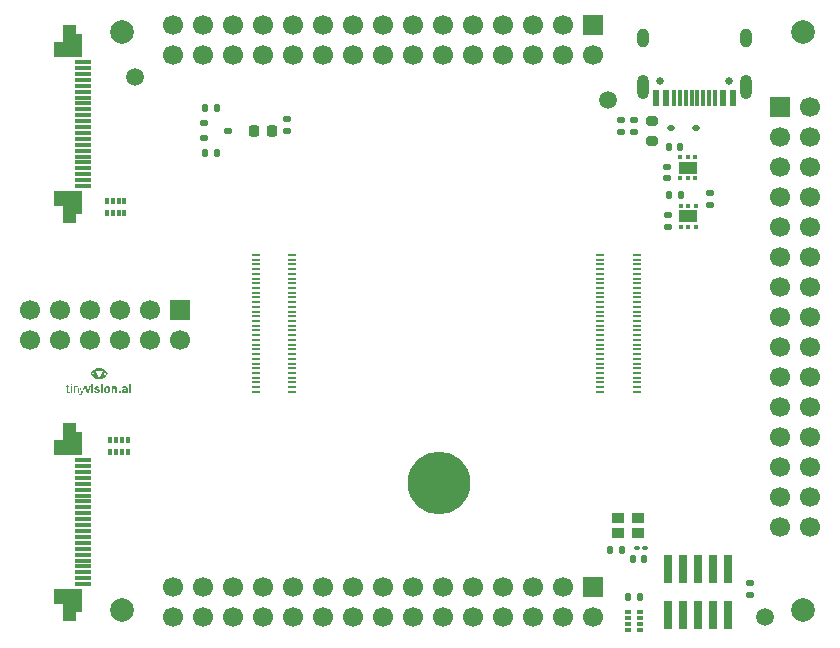
<source format=gbr>
%TF.GenerationSoftware,KiCad,Pcbnew,9.0.2*%
%TF.CreationDate,2025-11-14T17:37:25-08:00*%
%TF.ProjectId,nx-module-breakout,6e782d6d-6f64-4756-9c65-2d627265616b,rev?*%
%TF.SameCoordinates,Original*%
%TF.FileFunction,Soldermask,Top*%
%TF.FilePolarity,Negative*%
%FSLAX46Y46*%
G04 Gerber Fmt 4.6, Leading zero omitted, Abs format (unit mm)*
G04 Created by KiCad (PCBNEW 9.0.2) date 2025-11-14 17:37:25*
%MOMM*%
%LPD*%
G01*
G04 APERTURE LIST*
G04 Aperture macros list*
%AMRoundRect*
0 Rectangle with rounded corners*
0 $1 Rounding radius*
0 $2 $3 $4 $5 $6 $7 $8 $9 X,Y pos of 4 corners*
0 Add a 4 corners polygon primitive as box body*
4,1,4,$2,$3,$4,$5,$6,$7,$8,$9,$2,$3,0*
0 Add four circle primitives for the rounded corners*
1,1,$1+$1,$2,$3*
1,1,$1+$1,$4,$5*
1,1,$1+$1,$6,$7*
1,1,$1+$1,$8,$9*
0 Add four rect primitives between the rounded corners*
20,1,$1+$1,$2,$3,$4,$5,0*
20,1,$1+$1,$4,$5,$6,$7,0*
20,1,$1+$1,$6,$7,$8,$9,0*
20,1,$1+$1,$8,$9,$2,$3,0*%
%AMFreePoly0*
4,1,21,0.628536,0.903536,0.630000,0.900000,0.630000,0.405000,1.325000,0.405000,1.328536,0.403536,1.330000,0.400000,1.330000,-0.700000,1.328536,-0.703536,1.325000,-0.705000,-0.070000,-0.705000,-0.070000,-1.400000,-0.071464,-1.403536,-0.075000,-1.405000,-1.325000,-1.405000,-1.328536,-1.403536,-1.330000,-1.400000,-1.330000,0.900000,-1.328536,0.903536,-1.325000,0.905000,0.625000,0.905000,
0.628536,0.903536,0.628536,0.903536,$1*%
%AMFreePoly1*
4,1,21,1.328536,0.903536,1.330000,0.900000,1.330000,-1.400000,1.328536,-1.403536,1.325000,-1.405000,0.075000,-1.405000,0.071464,-1.403536,0.070000,-1.400000,0.070000,-0.705000,-1.325000,-0.705000,-1.328536,-0.703536,-1.330000,-0.700000,-1.330000,0.400000,-1.328536,0.403536,-1.325000,0.405000,-0.630000,0.405000,-0.630000,0.900000,-0.628536,0.903536,-0.625000,0.905000,1.325000,0.905000,
1.328536,0.903536,1.328536,0.903536,$1*%
G04 Aperture macros list end*
%ADD10C,0.000000*%
%ADD11C,5.300000*%
%ADD12C,2.000000*%
%ADD13RoundRect,0.100000X-0.130000X-0.100000X0.130000X-0.100000X0.130000X0.100000X-0.130000X0.100000X0*%
%ADD14RoundRect,0.140000X0.170000X-0.140000X0.170000X0.140000X-0.170000X0.140000X-0.170000X-0.140000X0*%
%ADD15RoundRect,0.218750X-0.218750X-0.256250X0.218750X-0.256250X0.218750X0.256250X-0.218750X0.256250X0*%
%ADD16RoundRect,0.135000X-0.135000X-0.185000X0.135000X-0.185000X0.135000X0.185000X-0.135000X0.185000X0*%
%ADD17C,1.700000*%
%ADD18R,1.700000X1.700000*%
%ADD19RoundRect,0.200000X0.275000X-0.200000X0.275000X0.200000X-0.275000X0.200000X-0.275000X-0.200000X0*%
%ADD20C,1.500000*%
%ADD21R,0.700000X0.200000*%
%ADD22R,0.740000X2.400000*%
%ADD23RoundRect,0.135000X0.135000X0.185000X-0.135000X0.185000X-0.135000X-0.185000X0.135000X-0.185000X0*%
%ADD24RoundRect,0.140000X-0.140000X-0.170000X0.140000X-0.170000X0.140000X0.170000X-0.140000X0.170000X0*%
%ADD25RoundRect,0.112500X-0.237500X0.112500X-0.237500X-0.112500X0.237500X-0.112500X0.237500X0.112500X0*%
%ADD26FreePoly0,270.000000*%
%ADD27FreePoly1,270.000000*%
%ADD28R,1.400000X0.300000*%
%ADD29RoundRect,0.112500X-0.187500X-0.112500X0.187500X-0.112500X0.187500X0.112500X-0.187500X0.112500X0*%
%ADD30RoundRect,0.135000X-0.185000X0.135000X-0.185000X-0.135000X0.185000X-0.135000X0.185000X0.135000X0*%
%ADD31RoundRect,0.140000X0.140000X0.170000X-0.140000X0.170000X-0.140000X-0.170000X0.140000X-0.170000X0*%
%ADD32R,0.400000X0.500000*%
%ADD33R,0.300000X0.500000*%
%ADD34O,1.000000X1.600000*%
%ADD35O,1.000000X2.100000*%
%ADD36R,0.600000X1.450000*%
%ADD37R,0.300000X1.450000*%
%ADD38C,0.650000*%
%ADD39RoundRect,0.225000X0.325000X0.225000X-0.325000X0.225000X-0.325000X-0.225000X0.325000X-0.225000X0*%
%ADD40R,0.500000X0.400000*%
%ADD41R,0.500000X0.300000*%
%ADD42R,1.600000X1.000000*%
%ADD43RoundRect,0.093750X0.106250X-0.093750X0.106250X0.093750X-0.106250X0.093750X-0.106250X-0.093750X0*%
G04 APERTURE END LIST*
D10*
%TO.C,LOGO1*%
G36*
X122047873Y-116669537D02*
G01*
X122056747Y-116669559D01*
X122082180Y-116669669D01*
X122102441Y-116669893D01*
X122118651Y-116670310D01*
X122131931Y-116671001D01*
X122143401Y-116672047D01*
X122154183Y-116673528D01*
X122165399Y-116675525D01*
X122178168Y-116678118D01*
X122179307Y-116678358D01*
X122195035Y-116681980D01*
X122212750Y-116686575D01*
X122231391Y-116691811D01*
X122249901Y-116697353D01*
X122267222Y-116702870D01*
X122282296Y-116708027D01*
X122294064Y-116712492D01*
X122301467Y-116715932D01*
X122303421Y-116717432D01*
X122307035Y-116720007D01*
X122314944Y-116724211D01*
X122325631Y-116729255D01*
X122328935Y-116730719D01*
X122357473Y-116744371D01*
X122389068Y-116761549D01*
X122422292Y-116781366D01*
X122455719Y-116802933D01*
X122487921Y-116825361D01*
X122517470Y-116847762D01*
X122519309Y-116849231D01*
X122533040Y-116860817D01*
X122550133Y-116876143D01*
X122569683Y-116894322D01*
X122590787Y-116914469D01*
X122612541Y-116935696D01*
X122634039Y-116957117D01*
X122654378Y-116977845D01*
X122672654Y-116996994D01*
X122687962Y-117013678D01*
X122693674Y-117020183D01*
X122704256Y-117032438D01*
X122713973Y-117043653D01*
X122721743Y-117052580D01*
X122726455Y-117057943D01*
X122731639Y-117064033D01*
X122739733Y-117073854D01*
X122749757Y-117086189D01*
X122760734Y-117099820D01*
X122771685Y-117113530D01*
X122781633Y-117126102D01*
X122789598Y-117136318D01*
X122792822Y-117140547D01*
X122801689Y-117152350D01*
X122777713Y-117185573D01*
X122768766Y-117198104D01*
X122761336Y-117208767D01*
X122756115Y-117216550D01*
X122753793Y-117220440D01*
X122753737Y-117220646D01*
X122751786Y-117224158D01*
X122746644Y-117231008D01*
X122739374Y-117239901D01*
X122731041Y-117249540D01*
X122722709Y-117258627D01*
X122721744Y-117259635D01*
X122716052Y-117265708D01*
X122707153Y-117275396D01*
X122696031Y-117287617D01*
X122683672Y-117301291D01*
X122676047Y-117309771D01*
X122624544Y-117364531D01*
X122573317Y-117413592D01*
X122521739Y-117457485D01*
X122469183Y-117496738D01*
X122415023Y-117531884D01*
X122409175Y-117535382D01*
X122395981Y-117543336D01*
X122384826Y-117550291D01*
X122376798Y-117555552D01*
X122372984Y-117558423D01*
X122372860Y-117558578D01*
X122368931Y-117561485D01*
X122360205Y-117566226D01*
X122347738Y-117572329D01*
X122332588Y-117579321D01*
X122315813Y-117586729D01*
X122298469Y-117594082D01*
X122281614Y-117600906D01*
X122266306Y-117606729D01*
X122260431Y-117608819D01*
X122212083Y-117623978D01*
X122166182Y-117634921D01*
X122120811Y-117641967D01*
X122074055Y-117645437D01*
X122038492Y-117645901D01*
X122020467Y-117645671D01*
X122004006Y-117645343D01*
X121990431Y-117644954D01*
X121981063Y-117644537D01*
X121978080Y-117644297D01*
X121954987Y-117640918D01*
X121928773Y-117636101D01*
X121902281Y-117630416D01*
X121878353Y-117624434D01*
X121876069Y-117623802D01*
X121856082Y-117617663D01*
X121834110Y-117609990D01*
X121811315Y-117601278D01*
X121788855Y-117592021D01*
X121767891Y-117582712D01*
X121749584Y-117573847D01*
X121735093Y-117565918D01*
X121726346Y-117560049D01*
X121721488Y-117556548D01*
X121712502Y-117550405D01*
X121700542Y-117542398D01*
X121686764Y-117533304D01*
X121682292Y-117530378D01*
X121651038Y-117509002D01*
X121619567Y-117485677D01*
X121588981Y-117461319D01*
X121560379Y-117436845D01*
X121534861Y-117413172D01*
X121513528Y-117391216D01*
X121508483Y-117385534D01*
X121498387Y-117374008D01*
X121485969Y-117360001D01*
X121473152Y-117345677D01*
X121466221Y-117337998D01*
X121451930Y-117321819D01*
X121436413Y-117303558D01*
X121420585Y-117284355D01*
X121405359Y-117265352D01*
X121391652Y-117247688D01*
X121380376Y-117232505D01*
X121372850Y-117221571D01*
X121364192Y-117208545D01*
X121354630Y-117194851D01*
X121345206Y-117181913D01*
X121336959Y-117171155D01*
X121330933Y-117164002D01*
X121330203Y-117163246D01*
X121325659Y-117155998D01*
X121326045Y-117152928D01*
X121457355Y-117152928D01*
X121476997Y-117177927D01*
X121486828Y-117190592D01*
X121496514Y-117203325D01*
X121504511Y-117214089D01*
X121507154Y-117217755D01*
X121521543Y-117236500D01*
X121540019Y-117258177D01*
X121561675Y-117281889D01*
X121585601Y-117306742D01*
X121610888Y-117331840D01*
X121636628Y-117356288D01*
X121661913Y-117379190D01*
X121685833Y-117399652D01*
X121707480Y-117416777D01*
X121714011Y-117421573D01*
X121725400Y-117429697D01*
X121734735Y-117436264D01*
X121740941Y-117440525D01*
X121742953Y-117441775D01*
X121741574Y-117439561D01*
X121737131Y-117433644D01*
X121730520Y-117425212D01*
X121729099Y-117423432D01*
X121708604Y-117394548D01*
X121689304Y-117361094D01*
X121671991Y-117324780D01*
X121657461Y-117287316D01*
X121646505Y-117250411D01*
X121644195Y-117240451D01*
X121641414Y-117222847D01*
X121639459Y-117200596D01*
X121638328Y-117175286D01*
X121638025Y-117148509D01*
X121638548Y-117121855D01*
X121639899Y-117096916D01*
X121642078Y-117075281D01*
X121644121Y-117062834D01*
X121654143Y-117024181D01*
X121668213Y-116985179D01*
X121678230Y-116963543D01*
X121750368Y-116963543D01*
X121776904Y-117009078D01*
X121785700Y-117024274D01*
X121793264Y-117037535D01*
X121799073Y-117047929D01*
X121802602Y-117054521D01*
X121803439Y-117056402D01*
X121804958Y-117059473D01*
X121809255Y-117067297D01*
X121815942Y-117079191D01*
X121824631Y-117094468D01*
X121834934Y-117112446D01*
X121846462Y-117132438D01*
X121850639Y-117139654D01*
X121862497Y-117160171D01*
X121873264Y-117178899D01*
X121882551Y-117195155D01*
X121889970Y-117208256D01*
X121895134Y-117217519D01*
X121897654Y-117222261D01*
X121897840Y-117222725D01*
X121899354Y-117225757D01*
X121903632Y-117233533D01*
X121910278Y-117245354D01*
X121918897Y-117260520D01*
X121929093Y-117278332D01*
X121940469Y-117298092D01*
X121942961Y-117302406D01*
X121954819Y-117322974D01*
X121965840Y-117342181D01*
X121975570Y-117359233D01*
X121983558Y-117373335D01*
X121989353Y-117383694D01*
X121992504Y-117389513D01*
X121992707Y-117389918D01*
X121995885Y-117395927D01*
X122001352Y-117405765D01*
X122008559Y-117418489D01*
X122016959Y-117433157D01*
X122026003Y-117448824D01*
X122035144Y-117464549D01*
X122043833Y-117479387D01*
X122051522Y-117492395D01*
X122057664Y-117502630D01*
X122061710Y-117509150D01*
X122063095Y-117511065D01*
X122064889Y-117508458D01*
X122069334Y-117501155D01*
X122075972Y-117489932D01*
X122084346Y-117475564D01*
X122094000Y-117458829D01*
X122098994Y-117450113D01*
X122109072Y-117432412D01*
X122118007Y-117416577D01*
X122120988Y-117411233D01*
X122403746Y-117411233D01*
X122415900Y-117402310D01*
X122424262Y-117395833D01*
X122431035Y-117390007D01*
X122432775Y-117388285D01*
X122436875Y-117384490D01*
X122444831Y-117377637D01*
X122455596Y-117368610D01*
X122468123Y-117358295D01*
X122471737Y-117355351D01*
X122501844Y-117329989D01*
X122530504Y-117303888D01*
X122558579Y-117276152D01*
X122586932Y-117245885D01*
X122616426Y-117212191D01*
X122647922Y-117174174D01*
X122657278Y-117162556D01*
X122660762Y-117157640D01*
X122661020Y-117153745D01*
X122657773Y-117148402D01*
X122655327Y-117145170D01*
X122645979Y-117133544D01*
X122633153Y-117118413D01*
X122617761Y-117100782D01*
X122600714Y-117081657D01*
X122582924Y-117062042D01*
X122565302Y-117042943D01*
X122548760Y-117025364D01*
X122534210Y-117010311D01*
X122522644Y-116998868D01*
X122510810Y-116987874D01*
X122497201Y-116975695D01*
X122482597Y-116962978D01*
X122467781Y-116950372D01*
X122453535Y-116938524D01*
X122440641Y-116928082D01*
X122429879Y-116919694D01*
X122422032Y-116914009D01*
X122417883Y-116911673D01*
X122417485Y-116911712D01*
X122418336Y-116914731D01*
X122421902Y-116920663D01*
X122422600Y-116921668D01*
X122433413Y-116939298D01*
X122444524Y-116961547D01*
X122455295Y-116986809D01*
X122465086Y-117013480D01*
X122473259Y-117039956D01*
X122478813Y-117062834D01*
X122481579Y-117081169D01*
X122483516Y-117103935D01*
X122484625Y-117129540D01*
X122484906Y-117156394D01*
X122484361Y-117182907D01*
X122482989Y-117207487D01*
X122480792Y-117228545D01*
X122478739Y-117240451D01*
X122468393Y-117278424D01*
X122453729Y-117318009D01*
X122435595Y-117357223D01*
X122414838Y-117394083D01*
X122409368Y-117402652D01*
X122403746Y-117411233D01*
X122120988Y-117411233D01*
X122125353Y-117403410D01*
X122130664Y-117393714D01*
X122133494Y-117388290D01*
X122133841Y-117387441D01*
X122135349Y-117384384D01*
X122139616Y-117376557D01*
X122146260Y-117364645D01*
X122154895Y-117349330D01*
X122165138Y-117331296D01*
X122176604Y-117311226D01*
X122181041Y-117303488D01*
X122192857Y-117282854D01*
X122203591Y-117264018D01*
X122212860Y-117247661D01*
X122220278Y-117234464D01*
X122225463Y-117225107D01*
X122228031Y-117220271D01*
X122228241Y-117219765D01*
X122229739Y-117216751D01*
X122233968Y-117208987D01*
X122240531Y-117197182D01*
X122249031Y-117182046D01*
X122259071Y-117164289D01*
X122270253Y-117144621D01*
X122271723Y-117142042D01*
X122283465Y-117121405D01*
X122294517Y-117101885D01*
X122304392Y-117084346D01*
X122312605Y-117069656D01*
X122318670Y-117058680D01*
X122322100Y-117052284D01*
X122322132Y-117052222D01*
X122326410Y-117044181D01*
X122332959Y-117032290D01*
X122340894Y-117018143D01*
X122349327Y-117003333D01*
X122349450Y-117003119D01*
X122357066Y-116989708D01*
X122363388Y-116978292D01*
X122367828Y-116969957D01*
X122369796Y-116965791D01*
X122369842Y-116965574D01*
X122366766Y-116965288D01*
X122357821Y-116965014D01*
X122343432Y-116964755D01*
X122324024Y-116964514D01*
X122300021Y-116964293D01*
X122271848Y-116964095D01*
X122239929Y-116963923D01*
X122204689Y-116963779D01*
X122166552Y-116963667D01*
X122125944Y-116963589D01*
X122083289Y-116963549D01*
X122060105Y-116963543D01*
X121750368Y-116963543D01*
X121678230Y-116963543D01*
X121685456Y-116947934D01*
X121705000Y-116914552D01*
X121706736Y-116911964D01*
X121712044Y-116904034D01*
X121714985Y-116899016D01*
X121715099Y-116897059D01*
X121711923Y-116898312D01*
X121704997Y-116902924D01*
X121693858Y-116911044D01*
X121681837Y-116919992D01*
X121637402Y-116955784D01*
X121592544Y-116997049D01*
X121547972Y-117043066D01*
X121504394Y-117093117D01*
X121475125Y-117129823D01*
X121457355Y-117152928D01*
X121326045Y-117152928D01*
X121326464Y-117149592D01*
X121329155Y-117146993D01*
X121332409Y-117143513D01*
X121338290Y-117135907D01*
X121345961Y-117125303D01*
X121354456Y-117113010D01*
X121378362Y-117078425D01*
X121400776Y-117047755D01*
X121422848Y-117019631D01*
X121445723Y-116992681D01*
X121470551Y-116965535D01*
X121498480Y-116936821D01*
X121518836Y-116916669D01*
X121560902Y-116877156D01*
X121601527Y-116842534D01*
X121641866Y-116811959D01*
X121683074Y-116784588D01*
X121726304Y-116759580D01*
X121753092Y-116745658D01*
X121769326Y-116737463D01*
X121783738Y-116730050D01*
X121795320Y-116723950D01*
X121803063Y-116719691D01*
X121805800Y-116717980D01*
X121811321Y-116715042D01*
X121821825Y-116710883D01*
X121836200Y-116705849D01*
X121853334Y-116700285D01*
X121872115Y-116694538D01*
X121891432Y-116688953D01*
X121910171Y-116683875D01*
X121927221Y-116679650D01*
X121934026Y-116678123D01*
X121946838Y-116675430D01*
X121957845Y-116673353D01*
X121968152Y-116671817D01*
X121978864Y-116670744D01*
X121991087Y-116670056D01*
X122005926Y-116669677D01*
X122024486Y-116669530D01*
X122047873Y-116669537D01*
G37*
G36*
X120900203Y-118225023D02*
G01*
X120922973Y-118225188D01*
X120944360Y-118225509D01*
X120963518Y-118225987D01*
X120979598Y-118226621D01*
X120991754Y-118227412D01*
X120999136Y-118228360D01*
X121001036Y-118229222D01*
X121001913Y-118233136D01*
X121004389Y-118242265D01*
X121008233Y-118255806D01*
X121013212Y-118272952D01*
X121019095Y-118292900D01*
X121025651Y-118314844D01*
X121026635Y-118318116D01*
X121035137Y-118346377D01*
X121044733Y-118378307D01*
X121054770Y-118411732D01*
X121064596Y-118444478D01*
X121073557Y-118474370D01*
X121077201Y-118486536D01*
X121084931Y-118512360D01*
X121091040Y-118532752D01*
X121095721Y-118548305D01*
X121099166Y-118559615D01*
X121101565Y-118567273D01*
X121103113Y-118571876D01*
X121103999Y-118574016D01*
X121104418Y-118574289D01*
X121104560Y-118573288D01*
X121104617Y-118571606D01*
X121104628Y-118571384D01*
X121105591Y-118567182D01*
X121108178Y-118557815D01*
X121112142Y-118544124D01*
X121117236Y-118526952D01*
X121123212Y-118507143D01*
X121129551Y-118486424D01*
X121137507Y-118460588D01*
X121146724Y-118430661D01*
X121156609Y-118398565D01*
X121166571Y-118366224D01*
X121176016Y-118335561D01*
X121182094Y-118315829D01*
X121209963Y-118225362D01*
X121272274Y-118225362D01*
X121293547Y-118225391D01*
X121309339Y-118225531D01*
X121320465Y-118225862D01*
X121327737Y-118226461D01*
X121331968Y-118227407D01*
X121333972Y-118228779D01*
X121334561Y-118230656D01*
X121334584Y-118231393D01*
X121333172Y-118236898D01*
X121331450Y-118238473D01*
X121330051Y-118241515D01*
X121326828Y-118250014D01*
X121321955Y-118263461D01*
X121315607Y-118281345D01*
X121307957Y-118303155D01*
X121299180Y-118328382D01*
X121289450Y-118356515D01*
X121278942Y-118387044D01*
X121267830Y-118419459D01*
X121256287Y-118453250D01*
X121244488Y-118487905D01*
X121232608Y-118522916D01*
X121220821Y-118557772D01*
X121209301Y-118591962D01*
X121198221Y-118624976D01*
X121187758Y-118656305D01*
X121178084Y-118685437D01*
X121169374Y-118711863D01*
X121161802Y-118735073D01*
X121161001Y-118737547D01*
X121145460Y-118785597D01*
X121015482Y-118783897D01*
X121006822Y-118757150D01*
X121004561Y-118750292D01*
X121000480Y-118738054D01*
X120994776Y-118721020D01*
X120987647Y-118699772D01*
X120979288Y-118674894D01*
X120969895Y-118646967D01*
X120959667Y-118616574D01*
X120948798Y-118584299D01*
X120937485Y-118550723D01*
X120925925Y-118516430D01*
X120914315Y-118482003D01*
X120902850Y-118448023D01*
X120891728Y-118415075D01*
X120881144Y-118383739D01*
X120871296Y-118354600D01*
X120862379Y-118328241D01*
X120854590Y-118305242D01*
X120848126Y-118286189D01*
X120843183Y-118271662D01*
X120839958Y-118262245D01*
X120839786Y-118261747D01*
X120835998Y-118251924D01*
X120832799Y-118245669D01*
X120830776Y-118244089D01*
X120830561Y-118244441D01*
X120826109Y-118256521D01*
X120819703Y-118274034D01*
X120811520Y-118296489D01*
X120801738Y-118323398D01*
X120790533Y-118354270D01*
X120778084Y-118388617D01*
X120764566Y-118425949D01*
X120750159Y-118465777D01*
X120735038Y-118507610D01*
X120719381Y-118550961D01*
X120703365Y-118595338D01*
X120687168Y-118640254D01*
X120681896Y-118654883D01*
X120665636Y-118699941D01*
X120651302Y-118739483D01*
X120638717Y-118773925D01*
X120627702Y-118803683D01*
X120618081Y-118829173D01*
X120609676Y-118850811D01*
X120602311Y-118869013D01*
X120595808Y-118884195D01*
X120589989Y-118896773D01*
X120584679Y-118907163D01*
X120579698Y-118915781D01*
X120574871Y-118923042D01*
X120570020Y-118929363D01*
X120564968Y-118935160D01*
X120560466Y-118939900D01*
X120538663Y-118958366D01*
X120514245Y-118971434D01*
X120488540Y-118979179D01*
X120472421Y-118981694D01*
X120454645Y-118983047D01*
X120437752Y-118983138D01*
X120424283Y-118981867D01*
X120423620Y-118981742D01*
X120416969Y-118980416D01*
X120406963Y-118978404D01*
X120400807Y-118977161D01*
X120384287Y-118973820D01*
X120384287Y-118914924D01*
X120394080Y-118917732D01*
X120418366Y-118922895D01*
X120442382Y-118924684D01*
X120464788Y-118923180D01*
X120484242Y-118918461D01*
X120498087Y-118911554D01*
X120512634Y-118898431D01*
X120527169Y-118879284D01*
X120541531Y-118854378D01*
X120555557Y-118823980D01*
X120563466Y-118803960D01*
X120573624Y-118776823D01*
X120561060Y-118737880D01*
X120556923Y-118725215D01*
X120551115Y-118707667D01*
X120543996Y-118686307D01*
X120535925Y-118662209D01*
X120527261Y-118636445D01*
X120518362Y-118610090D01*
X120513816Y-118596670D01*
X120504701Y-118569788D01*
X120494051Y-118538377D01*
X120482352Y-118503870D01*
X120470090Y-118467697D01*
X120457749Y-118431291D01*
X120445815Y-118396084D01*
X120434878Y-118363815D01*
X120425614Y-118336396D01*
X120417007Y-118310756D01*
X120409264Y-118287520D01*
X120402590Y-118267316D01*
X120397191Y-118250770D01*
X120393274Y-118238509D01*
X120391046Y-118231158D01*
X120390600Y-118229295D01*
X120392384Y-118227470D01*
X120398240Y-118226271D01*
X120408894Y-118225618D01*
X120425071Y-118225432D01*
X120425980Y-118225434D01*
X120461380Y-118225506D01*
X120535163Y-118451810D01*
X120608947Y-118678114D01*
X120629040Y-118622445D01*
X120641565Y-118587724D01*
X120654420Y-118552054D01*
X120667425Y-118515934D01*
X120680401Y-118479865D01*
X120693169Y-118444345D01*
X120705550Y-118409873D01*
X120717365Y-118376950D01*
X120728436Y-118346073D01*
X120738582Y-118317744D01*
X120747625Y-118292460D01*
X120755385Y-118270722D01*
X120761685Y-118253028D01*
X120766344Y-118239879D01*
X120769184Y-118231772D01*
X120770014Y-118229295D01*
X120773323Y-118228220D01*
X120782032Y-118227299D01*
X120795293Y-118226532D01*
X120812257Y-118225920D01*
X120832078Y-118225463D01*
X120853908Y-118225161D01*
X120876899Y-118225014D01*
X120900203Y-118225023D01*
G37*
G36*
X124265401Y-118217567D02*
G01*
X124289811Y-118218962D01*
X124310777Y-118221223D01*
X124323143Y-118223457D01*
X124334923Y-118226457D01*
X124343912Y-118229308D01*
X124348688Y-118231536D01*
X124349103Y-118232110D01*
X124351632Y-118234552D01*
X124353459Y-118234802D01*
X124358081Y-118236145D01*
X124366752Y-118239737D01*
X124377939Y-118244922D01*
X124383334Y-118247574D01*
X124406169Y-118261153D01*
X124425684Y-118277067D01*
X124440726Y-118294287D01*
X124446853Y-118304285D01*
X124450011Y-118310531D01*
X124452739Y-118316456D01*
X124455074Y-118322559D01*
X124457051Y-118329340D01*
X124458709Y-118337296D01*
X124460083Y-118346928D01*
X124461210Y-118358732D01*
X124462128Y-118373209D01*
X124462873Y-118390857D01*
X124463481Y-118412175D01*
X124463991Y-118437661D01*
X124464438Y-118467814D01*
X124464859Y-118503133D01*
X124465291Y-118544117D01*
X124465410Y-118555763D01*
X124465918Y-118601606D01*
X124466450Y-118641391D01*
X124467012Y-118675356D01*
X124467612Y-118703736D01*
X124468255Y-118726768D01*
X124468948Y-118744687D01*
X124469697Y-118757731D01*
X124470509Y-118766134D01*
X124471222Y-118769716D01*
X124473693Y-118777555D01*
X124474935Y-118782662D01*
X124474971Y-118783090D01*
X124471963Y-118783736D01*
X124463499Y-118784315D01*
X124450413Y-118784803D01*
X124433541Y-118785174D01*
X124413720Y-118785405D01*
X124395055Y-118785471D01*
X124315140Y-118785471D01*
X124311673Y-118759510D01*
X124309905Y-118745345D01*
X124308416Y-118731743D01*
X124307490Y-118721332D01*
X124307415Y-118720164D01*
X124306623Y-118706778D01*
X124285175Y-118732167D01*
X124264204Y-118754307D01*
X124242682Y-118771193D01*
X124219483Y-118783352D01*
X124193481Y-118791309D01*
X124163551Y-118795593D01*
X124147716Y-118796490D01*
X124131138Y-118796753D01*
X124114906Y-118796481D01*
X124101198Y-118795738D01*
X124094067Y-118794940D01*
X124074783Y-118790544D01*
X124054437Y-118783741D01*
X124035890Y-118775568D01*
X124027240Y-118770706D01*
X124017875Y-118764200D01*
X124008172Y-118756475D01*
X123999467Y-118748726D01*
X123993097Y-118742150D01*
X123990399Y-118737941D01*
X123990382Y-118737737D01*
X123988735Y-118733536D01*
X123984587Y-118726421D01*
X123982432Y-118723157D01*
X123972173Y-118703327D01*
X123965192Y-118679505D01*
X123961625Y-118653151D01*
X123961605Y-118625722D01*
X123962683Y-118617759D01*
X124136196Y-118617759D01*
X124137018Y-118635975D01*
X124142387Y-118652585D01*
X124151727Y-118666939D01*
X124164458Y-118678391D01*
X124180002Y-118686291D01*
X124197781Y-118689992D01*
X124217214Y-118688846D01*
X124237725Y-118682204D01*
X124241097Y-118680573D01*
X124259974Y-118667654D01*
X124276213Y-118649851D01*
X124289001Y-118628300D01*
X124297523Y-118604141D01*
X124298365Y-118600448D01*
X124299941Y-118589722D01*
X124301156Y-118575175D01*
X124301827Y-118559279D01*
X124301903Y-118552461D01*
X124301903Y-118521149D01*
X124292875Y-118521149D01*
X124280564Y-118522068D01*
X124264286Y-118524549D01*
X124246051Y-118528179D01*
X124227867Y-118532542D01*
X124211743Y-118537225D01*
X124206993Y-118538850D01*
X124188005Y-118546532D01*
X124173639Y-118554602D01*
X124162271Y-118564216D01*
X124152274Y-118576533D01*
X124150514Y-118579099D01*
X124140502Y-118598584D01*
X124136196Y-118617759D01*
X123962683Y-118617759D01*
X123965266Y-118598678D01*
X123969518Y-118582510D01*
X123978216Y-118559478D01*
X123988690Y-118540577D01*
X124002297Y-118523656D01*
X124013654Y-118512527D01*
X124031157Y-118498309D01*
X124050656Y-118486021D01*
X124072768Y-118475471D01*
X124098115Y-118466466D01*
X124127316Y-118458814D01*
X124160991Y-118452322D01*
X124199759Y-118446798D01*
X124238970Y-118442547D01*
X124254935Y-118440985D01*
X124269984Y-118439457D01*
X124282194Y-118438163D01*
X124288530Y-118437440D01*
X124301903Y-118435803D01*
X124301903Y-118412967D01*
X124300006Y-118387281D01*
X124294219Y-118366412D01*
X124284399Y-118350125D01*
X124270406Y-118338180D01*
X124252483Y-118330452D01*
X124229891Y-118326567D01*
X124207162Y-118327520D01*
X124185655Y-118332975D01*
X124166731Y-118342596D01*
X124152521Y-118355129D01*
X124144560Y-118366566D01*
X124137791Y-118380095D01*
X124133271Y-118393297D01*
X124131982Y-118402136D01*
X124130003Y-118406565D01*
X124123329Y-118407885D01*
X124114456Y-118407579D01*
X124102291Y-118406736D01*
X124088163Y-118405497D01*
X124073401Y-118404007D01*
X124059331Y-118402411D01*
X124047283Y-118400851D01*
X124038584Y-118399471D01*
X124034562Y-118398416D01*
X124034435Y-118398255D01*
X124031528Y-118397077D01*
X124023739Y-118395730D01*
X124012470Y-118394431D01*
X124006115Y-118393879D01*
X123992013Y-118392715D01*
X123983277Y-118391108D01*
X123979022Y-118387878D01*
X123978364Y-118381843D01*
X123980420Y-118371822D01*
X123982770Y-118362696D01*
X123993587Y-118331779D01*
X124009182Y-118304789D01*
X124029688Y-118281585D01*
X124055239Y-118262021D01*
X124085970Y-118245956D01*
X124095156Y-118242205D01*
X124106136Y-118237798D01*
X124114645Y-118234088D01*
X124119123Y-118231760D01*
X124119396Y-118231524D01*
X124122984Y-118230011D01*
X124131219Y-118227609D01*
X124142589Y-118224744D01*
X124147716Y-118223554D01*
X124165333Y-118220631D01*
X124187511Y-118218570D01*
X124212649Y-118217372D01*
X124239146Y-118217037D01*
X124265401Y-118217567D01*
G37*
G36*
X121907660Y-118217398D02*
G01*
X121930000Y-118218427D01*
X121949412Y-118220194D01*
X121964407Y-118222699D01*
X121967059Y-118223376D01*
X121977625Y-118226588D01*
X121985552Y-118229488D01*
X121989086Y-118231419D01*
X121992472Y-118233932D01*
X121999931Y-118238388D01*
X122009923Y-118243872D01*
X122011120Y-118244504D01*
X122030864Y-118257377D01*
X122050453Y-118274621D01*
X122068142Y-118294518D01*
X122081170Y-118313568D01*
X122089021Y-118327892D01*
X122095393Y-118341129D01*
X122099817Y-118352140D01*
X122101823Y-118359787D01*
X122101414Y-118362678D01*
X122097968Y-118364048D01*
X122089622Y-118366728D01*
X122077551Y-118370383D01*
X122062932Y-118374677D01*
X122046939Y-118379278D01*
X122030747Y-118383850D01*
X122015532Y-118388059D01*
X122002469Y-118391570D01*
X121992733Y-118394049D01*
X121987500Y-118395162D01*
X121987161Y-118395191D01*
X121984075Y-118392566D01*
X121980218Y-118385799D01*
X121978347Y-118381382D01*
X121968715Y-118363725D01*
X121954661Y-118347683D01*
X121938047Y-118335230D01*
X121931785Y-118332000D01*
X121923491Y-118328618D01*
X121915419Y-118326417D01*
X121905869Y-118325156D01*
X121893141Y-118324593D01*
X121878960Y-118324482D01*
X121862509Y-118324634D01*
X121850716Y-118325250D01*
X121841951Y-118326567D01*
X121834582Y-118328824D01*
X121827519Y-118331992D01*
X121813032Y-118341804D01*
X121803933Y-118353901D01*
X121800458Y-118367529D01*
X121802842Y-118381936D01*
X121808488Y-118392609D01*
X121812733Y-118397964D01*
X121817834Y-118402418D01*
X121824573Y-118406219D01*
X121833734Y-118409612D01*
X121846098Y-118412843D01*
X121862450Y-118416159D01*
X121883572Y-118419805D01*
X121906761Y-118423488D01*
X121927862Y-118426884D01*
X121948915Y-118430486D01*
X121968325Y-118434005D01*
X121984499Y-118437154D01*
X121994741Y-118439379D01*
X122028398Y-118449718D01*
X122056887Y-118463599D01*
X122080342Y-118481170D01*
X122098895Y-118502579D01*
X122112678Y-118527975D01*
X122121825Y-118557505D01*
X122126060Y-118586039D01*
X122126091Y-118620123D01*
X122120372Y-118652710D01*
X122109251Y-118683191D01*
X122093073Y-118710954D01*
X122072185Y-118735391D01*
X122046934Y-118755892D01*
X122021468Y-118770151D01*
X121989614Y-118782066D01*
X121953641Y-118790747D01*
X121914925Y-118796023D01*
X121874843Y-118797724D01*
X121834772Y-118795681D01*
X121824198Y-118794474D01*
X121794324Y-118789343D01*
X121767628Y-118781703D01*
X121741216Y-118770699D01*
X121737483Y-118768894D01*
X121722790Y-118761056D01*
X121710384Y-118752718D01*
X121698142Y-118742292D01*
X121686210Y-118730531D01*
X121669471Y-118711258D01*
X121655090Y-118690597D01*
X121643885Y-118669953D01*
X121636671Y-118650733D01*
X121634831Y-118642183D01*
X121632930Y-118629484D01*
X121696944Y-118620889D01*
X121716576Y-118618289D01*
X121734294Y-118616011D01*
X121749074Y-118614179D01*
X121759889Y-118612922D01*
X121765716Y-118612365D01*
X121766222Y-118612349D01*
X121770979Y-118615297D01*
X121775009Y-118623085D01*
X121775083Y-118623308D01*
X121781387Y-118635544D01*
X121791703Y-118648525D01*
X121804288Y-118660445D01*
X121817399Y-118669503D01*
X121821805Y-118671669D01*
X121847301Y-118679667D01*
X121875675Y-118683444D01*
X121905069Y-118682925D01*
X121933624Y-118678032D01*
X121939087Y-118676517D01*
X121954706Y-118669794D01*
X121967881Y-118660163D01*
X121977486Y-118648757D01*
X121982398Y-118636713D01*
X121982800Y-118632397D01*
X121981169Y-118620673D01*
X121975940Y-118610983D01*
X121966614Y-118603046D01*
X121952689Y-118596581D01*
X121933663Y-118591308D01*
X121909037Y-118586944D01*
X121899413Y-118585632D01*
X121887558Y-118583890D01*
X121873081Y-118581430D01*
X121857219Y-118578504D01*
X121841209Y-118575362D01*
X121826290Y-118572255D01*
X121813698Y-118569435D01*
X121804672Y-118567152D01*
X121800448Y-118565657D01*
X121800316Y-118565534D01*
X121796685Y-118563668D01*
X121788613Y-118560894D01*
X121777778Y-118557784D01*
X121776693Y-118557499D01*
X121744705Y-118546438D01*
X121717341Y-118531128D01*
X121694552Y-118511535D01*
X121677889Y-118490177D01*
X121664067Y-118463014D01*
X121655680Y-118433818D01*
X121652623Y-118403542D01*
X121654788Y-118373136D01*
X121662070Y-118343551D01*
X121674363Y-118315738D01*
X121691560Y-118290647D01*
X121701359Y-118280013D01*
X121711696Y-118271019D01*
X121724607Y-118261530D01*
X121738712Y-118252372D01*
X121752631Y-118244368D01*
X121764983Y-118238343D01*
X121774389Y-118235121D01*
X121777057Y-118234802D01*
X121781008Y-118233173D01*
X121781413Y-118231994D01*
X121784229Y-118229925D01*
X121791674Y-118227023D01*
X121802243Y-118223859D01*
X121804226Y-118223340D01*
X121818841Y-118220673D01*
X121837983Y-118218745D01*
X121860161Y-118217557D01*
X121883883Y-118217108D01*
X121907660Y-118217398D01*
G37*
G36*
X122760707Y-118217409D02*
G01*
X122781889Y-118218563D01*
X122800106Y-118220501D01*
X122813403Y-118223107D01*
X122823966Y-118226302D01*
X122831904Y-118229225D01*
X122835430Y-118231190D01*
X122839150Y-118233713D01*
X122846675Y-118237318D01*
X122851284Y-118239223D01*
X122883437Y-118255147D01*
X122912307Y-118276157D01*
X122937676Y-118301844D01*
X122959325Y-118331797D01*
X122977038Y-118365607D01*
X122990597Y-118402864D01*
X122999783Y-118443157D01*
X123004380Y-118486078D01*
X123004372Y-118527443D01*
X122999897Y-118571141D01*
X122990831Y-118610948D01*
X122976899Y-118647555D01*
X122957825Y-118681652D01*
X122933334Y-118713928D01*
X122927114Y-118720939D01*
X122900669Y-118745810D01*
X122871042Y-118765646D01*
X122837641Y-118780798D01*
X122811950Y-118788738D01*
X122794140Y-118792225D01*
X122772237Y-118794825D01*
X122748372Y-118796433D01*
X122724676Y-118796944D01*
X122703279Y-118796255D01*
X122689230Y-118794765D01*
X122654173Y-118786968D01*
X122622671Y-118774941D01*
X122594102Y-118758262D01*
X122567846Y-118736507D01*
X122543282Y-118709254D01*
X122523819Y-118682286D01*
X122506155Y-118650210D01*
X122492682Y-118614418D01*
X122483393Y-118575887D01*
X122478285Y-118535592D01*
X122477352Y-118494510D01*
X122477369Y-118494297D01*
X122649896Y-118494297D01*
X122650968Y-118536694D01*
X122654227Y-118573372D01*
X122659733Y-118604534D01*
X122667551Y-118630386D01*
X122677742Y-118651132D01*
X122690368Y-118666977D01*
X122705493Y-118678125D01*
X122706072Y-118678435D01*
X122719452Y-118682916D01*
X122736192Y-118684846D01*
X122753904Y-118684237D01*
X122770203Y-118681102D01*
X122778183Y-118678074D01*
X122793267Y-118667364D01*
X122806188Y-118651106D01*
X122816723Y-118629738D01*
X122824648Y-118603700D01*
X122829221Y-118577790D01*
X122831455Y-118553017D01*
X122832417Y-118525361D01*
X122832187Y-118496208D01*
X122830843Y-118466941D01*
X122828465Y-118438946D01*
X122825133Y-118413608D01*
X122820924Y-118392310D01*
X122818041Y-118382136D01*
X122809296Y-118363076D01*
X122797141Y-118347074D01*
X122782747Y-118335639D01*
X122781312Y-118334849D01*
X122766172Y-118329579D01*
X122747832Y-118327297D01*
X122728628Y-118328000D01*
X122710898Y-118331685D01*
X122702705Y-118334940D01*
X122687292Y-118345656D01*
X122674603Y-118361361D01*
X122664590Y-118382203D01*
X122657204Y-118408332D01*
X122652394Y-118439896D01*
X122650112Y-118477042D01*
X122649896Y-118494297D01*
X122477369Y-118494297D01*
X122480589Y-118453617D01*
X122487992Y-118413888D01*
X122499556Y-118376301D01*
X122515277Y-118341830D01*
X122525576Y-118324729D01*
X122542742Y-118302579D01*
X122563702Y-118281431D01*
X122586883Y-118262599D01*
X122610712Y-118247395D01*
X122628142Y-118239132D01*
X122636672Y-118235450D01*
X122642433Y-118232367D01*
X122643603Y-118231398D01*
X122647229Y-118229350D01*
X122655099Y-118226280D01*
X122664056Y-118223314D01*
X122677035Y-118220583D01*
X122694724Y-118218625D01*
X122715589Y-118217442D01*
X122738095Y-118217036D01*
X122760707Y-118217409D01*
G37*
G36*
X120168048Y-118211162D02*
G01*
X120179759Y-118212448D01*
X120192756Y-118214883D01*
X120206388Y-118218217D01*
X120219267Y-118222010D01*
X120230005Y-118225818D01*
X120237215Y-118229198D01*
X120239539Y-118231509D01*
X120241970Y-118234279D01*
X120248271Y-118239172D01*
X120255090Y-118243818D01*
X120274707Y-118260108D01*
X120291904Y-118281762D01*
X120306286Y-118308183D01*
X120316955Y-118337069D01*
X120318067Y-118341222D01*
X120319031Y-118346002D01*
X120319858Y-118351887D01*
X120320565Y-118359355D01*
X120321163Y-118368881D01*
X120321667Y-118380944D01*
X120322091Y-118396020D01*
X120322448Y-118414586D01*
X120322752Y-118437120D01*
X120323016Y-118464099D01*
X120323256Y-118495999D01*
X120323483Y-118533299D01*
X120323683Y-118570710D01*
X120324785Y-118785471D01*
X120258904Y-118785471D01*
X120257665Y-118583296D01*
X120257410Y-118542565D01*
X120257168Y-118507616D01*
X120256922Y-118477938D01*
X120256653Y-118453018D01*
X120256342Y-118432347D01*
X120255973Y-118415412D01*
X120255525Y-118401702D01*
X120254982Y-118390706D01*
X120254324Y-118381912D01*
X120253534Y-118374809D01*
X120252593Y-118368886D01*
X120251482Y-118363631D01*
X120250185Y-118358533D01*
X120249553Y-118356220D01*
X120239995Y-118329189D01*
X120227605Y-118307676D01*
X120212072Y-118291435D01*
X120193087Y-118280218D01*
X120170340Y-118273779D01*
X120143754Y-118271868D01*
X120113646Y-118274656D01*
X120086327Y-118282715D01*
X120061007Y-118296377D01*
X120036897Y-118315972D01*
X120035607Y-118317212D01*
X120018276Y-118336302D01*
X120004459Y-118357037D01*
X119993322Y-118380919D01*
X119984033Y-118409450D01*
X119983652Y-118410840D01*
X119982255Y-118416264D01*
X119981067Y-118421808D01*
X119980069Y-118428026D01*
X119979237Y-118435475D01*
X119978552Y-118444713D01*
X119977992Y-118456295D01*
X119977535Y-118470778D01*
X119977160Y-118488719D01*
X119976847Y-118510675D01*
X119976573Y-118537201D01*
X119976317Y-118568855D01*
X119976058Y-118606192D01*
X119976033Y-118610043D01*
X119974879Y-118785471D01*
X119902845Y-118785471D01*
X119902845Y-118225362D01*
X119975218Y-118225362D01*
X119975218Y-118323884D01*
X119987865Y-118304318D01*
X120005708Y-118280038D01*
X120025189Y-118259489D01*
X120045124Y-118243917D01*
X120045541Y-118243650D01*
X120054925Y-118237482D01*
X120062485Y-118232137D01*
X120065828Y-118229443D01*
X120072407Y-118225562D01*
X120083609Y-118221377D01*
X120097808Y-118217335D01*
X120113375Y-118213881D01*
X120128686Y-118211460D01*
X120133214Y-118210981D01*
X120149770Y-118210405D01*
X120168048Y-118211162D01*
G37*
G36*
X123431620Y-118217688D02*
G01*
X123446937Y-118218335D01*
X123458718Y-118219571D01*
X123468337Y-118221523D01*
X123474326Y-118223318D01*
X123483951Y-118226823D01*
X123490888Y-118229848D01*
X123493206Y-118231336D01*
X123496637Y-118234045D01*
X123503709Y-118238594D01*
X123509121Y-118241810D01*
X123529387Y-118257049D01*
X123546766Y-118277423D01*
X123560834Y-118302273D01*
X123571165Y-118330944D01*
X123573887Y-118342074D01*
X123574919Y-118347642D01*
X123575819Y-118354466D01*
X123576602Y-118363026D01*
X123577280Y-118373797D01*
X123577868Y-118387257D01*
X123578377Y-118403885D01*
X123578822Y-118424157D01*
X123579217Y-118448552D01*
X123579573Y-118477546D01*
X123579905Y-118511617D01*
X123580226Y-118551243D01*
X123580401Y-118575430D01*
X123581879Y-118785471D01*
X123417686Y-118785471D01*
X123417662Y-118614763D01*
X123417607Y-118571600D01*
X123417440Y-118534263D01*
X123417139Y-118502288D01*
X123416681Y-118475207D01*
X123416044Y-118452557D01*
X123415205Y-118433870D01*
X123414142Y-118418681D01*
X123412833Y-118406525D01*
X123411255Y-118396934D01*
X123409386Y-118389444D01*
X123407203Y-118383590D01*
X123406467Y-118382050D01*
X123394849Y-118365366D01*
X123379747Y-118353680D01*
X123361930Y-118347359D01*
X123342166Y-118346773D01*
X123335245Y-118347923D01*
X123317409Y-118353432D01*
X123303103Y-118362012D01*
X123291425Y-118374542D01*
X123281474Y-118391905D01*
X123275465Y-118406300D01*
X123273957Y-118410417D01*
X123272674Y-118414475D01*
X123271598Y-118419005D01*
X123270704Y-118424538D01*
X123269972Y-118431607D01*
X123269381Y-118440741D01*
X123268908Y-118452474D01*
X123268531Y-118467335D01*
X123268230Y-118485856D01*
X123267983Y-118508569D01*
X123267767Y-118536005D01*
X123267561Y-118568695D01*
X123267355Y-118605323D01*
X123266357Y-118785471D01*
X123103018Y-118785471D01*
X123103018Y-118225362D01*
X123253886Y-118225362D01*
X123254759Y-118270067D01*
X123255632Y-118314773D01*
X123269380Y-118293659D01*
X123276369Y-118284015D01*
X123285354Y-118273136D01*
X123295290Y-118262108D01*
X123305133Y-118252018D01*
X123313838Y-118243950D01*
X123320361Y-118238991D01*
X123322984Y-118237948D01*
X123326906Y-118236076D01*
X123332740Y-118231643D01*
X123340481Y-118226326D01*
X123350311Y-118222430D01*
X123363183Y-118219784D01*
X123380051Y-118218215D01*
X123401869Y-118217553D01*
X123411393Y-118217504D01*
X123431620Y-118217688D01*
G37*
G36*
X119415109Y-118225362D02*
G01*
X119540976Y-118225362D01*
X119540976Y-118285148D01*
X119414885Y-118285148D01*
X119415784Y-118482603D01*
X119416683Y-118680057D01*
X119424160Y-118696600D01*
X119433540Y-118712023D01*
X119446372Y-118725885D01*
X119461022Y-118736751D01*
X119475853Y-118743189D01*
X119477860Y-118743658D01*
X119489285Y-118745092D01*
X119504877Y-118745842D01*
X119522547Y-118745907D01*
X119540207Y-118745282D01*
X119555767Y-118743967D01*
X119557497Y-118743750D01*
X119575590Y-118741362D01*
X119575590Y-118797244D01*
X119554350Y-118799179D01*
X119531625Y-118801039D01*
X119511165Y-118802308D01*
X119494075Y-118802939D01*
X119481459Y-118802884D01*
X119476470Y-118802499D01*
X119444636Y-118796183D01*
X119418012Y-118786458D01*
X119396483Y-118773274D01*
X119383908Y-118761426D01*
X119374337Y-118747736D01*
X119365232Y-118729612D01*
X119357348Y-118708907D01*
X119351437Y-118687474D01*
X119349339Y-118676307D01*
X119348511Y-118667445D01*
X119347790Y-118652516D01*
X119347178Y-118631746D01*
X119346680Y-118605362D01*
X119346299Y-118573589D01*
X119346038Y-118536653D01*
X119345902Y-118494781D01*
X119345882Y-118469413D01*
X119345882Y-118285148D01*
X119235749Y-118285148D01*
X119235749Y-118225362D01*
X119342736Y-118225362D01*
X119342736Y-118090794D01*
X119367122Y-118088749D01*
X119380749Y-118087506D01*
X119393564Y-118086169D01*
X119402915Y-118085014D01*
X119403309Y-118084956D01*
X119415109Y-118083208D01*
X119415109Y-118225362D01*
G37*
G36*
X124758172Y-118785471D02*
G01*
X124594544Y-118785471D01*
X124594544Y-118225362D01*
X124758172Y-118225362D01*
X124758172Y-118785471D01*
G37*
G36*
X124758172Y-118181308D02*
G01*
X124594544Y-118181308D01*
X124594544Y-118014534D01*
X124758172Y-118014534D01*
X124758172Y-118181308D01*
G37*
G36*
X123870808Y-118785471D02*
G01*
X123700887Y-118785471D01*
X123700887Y-118612403D01*
X123870808Y-118612403D01*
X123870808Y-118785471D01*
G37*
G36*
X122379282Y-118785471D02*
G01*
X122215654Y-118785471D01*
X122215654Y-118225362D01*
X122379282Y-118225362D01*
X122379282Y-118785471D01*
G37*
G36*
X122379282Y-118181308D02*
G01*
X122215654Y-118181308D01*
X122215654Y-118014534D01*
X122379282Y-118014534D01*
X122379282Y-118181308D01*
G37*
G36*
X121564292Y-118785471D02*
G01*
X121400664Y-118785471D01*
X121400664Y-118225362D01*
X121564292Y-118225362D01*
X121564292Y-118785471D01*
G37*
G36*
X121564292Y-118181308D02*
G01*
X121400664Y-118181308D01*
X121400664Y-118014534D01*
X121564292Y-118014534D01*
X121564292Y-118181308D01*
G37*
G36*
X119736071Y-118115228D02*
G01*
X119657404Y-118115228D01*
X119657404Y-118030267D01*
X119736071Y-118030267D01*
X119736071Y-118115228D01*
G37*
G36*
X119732924Y-118785471D02*
G01*
X119663697Y-118785471D01*
X119663697Y-118225362D01*
X119732924Y-118225362D01*
X119732924Y-118785471D01*
G37*
%TD*%
D11*
%TO.C,H5*%
X150800000Y-126400000D03*
%TD*%
D12*
%TO.C,H3*%
X124006000Y-137160000D03*
%TD*%
D13*
%TO.C,C6*%
X168230000Y-131930000D03*
X167590000Y-131930000D03*
%TD*%
D14*
%TO.C,C2*%
X170175000Y-99635002D03*
X170175000Y-100595002D03*
%TD*%
D12*
%TO.C,H2*%
X181664000Y-88265000D03*
%TD*%
D15*
%TO.C,D5*%
X136727501Y-96605002D03*
X135152499Y-96605002D03*
%TD*%
D16*
%TO.C,R3*%
X132060000Y-98475002D03*
X131040000Y-98475002D03*
%TD*%
D17*
%TO.C,J3*%
X128270001Y-90170001D03*
X128270001Y-87630001D03*
X130810001Y-90170001D03*
X130810001Y-87630001D03*
X133350001Y-90170001D03*
X133350001Y-87630001D03*
X135890001Y-90170001D03*
X135890001Y-87630001D03*
X138430001Y-90170001D03*
X138430001Y-87630001D03*
X140970001Y-90170001D03*
X140970001Y-87630001D03*
X143510001Y-90170001D03*
X143510001Y-87630001D03*
X146050001Y-90170001D03*
X146050001Y-87630001D03*
X148590001Y-90170001D03*
X148590001Y-87630001D03*
X151130001Y-90170001D03*
X151130001Y-87630001D03*
X153670001Y-90170001D03*
X153670001Y-87630001D03*
X156210001Y-90170001D03*
X156210001Y-87630001D03*
X158750001Y-90170001D03*
X158750001Y-87630001D03*
X161290001Y-90170001D03*
X161290001Y-87630001D03*
X163830001Y-90170001D03*
D18*
X163830001Y-87630001D03*
%TD*%
D19*
%TO.C,F1*%
X168900000Y-95770002D03*
X168900000Y-97420002D03*
%TD*%
D17*
%TO.C,J1*%
X182245001Y-130175001D03*
X179705001Y-130175001D03*
X182245001Y-127635001D03*
X179705001Y-127635001D03*
X182245001Y-125095001D03*
X179705001Y-125095001D03*
X182245001Y-122555001D03*
X179705001Y-122555001D03*
X182245001Y-120015001D03*
X179705001Y-120015001D03*
X182245001Y-117475001D03*
X179705001Y-117475001D03*
X182245001Y-114935001D03*
X179705001Y-114935001D03*
X182245001Y-112395001D03*
X179705001Y-112395001D03*
X182245001Y-109855001D03*
X179705001Y-109855001D03*
X182245001Y-107315001D03*
X179705001Y-107315001D03*
X182245001Y-104775001D03*
X179705001Y-104775001D03*
X182245001Y-102235001D03*
X179705001Y-102235001D03*
X182245001Y-99695001D03*
X179705001Y-99695001D03*
X182245001Y-97155001D03*
X179705001Y-97155001D03*
X182245001Y-94615001D03*
D18*
X179705001Y-94615001D03*
%TD*%
D20*
%TO.C,FID2*%
X165100000Y-93980000D03*
%TD*%
D21*
%TO.C,J5*%
X135300000Y-118700000D03*
X138380000Y-118700000D03*
X135300000Y-118300000D03*
X138380000Y-118300000D03*
X135300000Y-117900000D03*
X138380000Y-117900000D03*
X135300000Y-117500000D03*
X138380000Y-117500000D03*
X135300000Y-117100000D03*
X138380000Y-117100000D03*
X135300000Y-116700000D03*
X138380000Y-116700000D03*
X135300000Y-116300000D03*
X138380000Y-116300000D03*
X135300000Y-115900000D03*
X138380000Y-115900000D03*
X135300000Y-115500000D03*
X138380000Y-115500000D03*
X135300000Y-115100000D03*
X138380000Y-115100000D03*
X135300000Y-114700000D03*
X138380000Y-114700000D03*
X135300000Y-114300000D03*
X138380000Y-114300000D03*
X135300000Y-113900000D03*
X138380000Y-113900000D03*
X135300000Y-113500000D03*
X138380000Y-113500000D03*
X135300000Y-113100000D03*
X138380000Y-113100000D03*
X135300000Y-112700000D03*
X138380000Y-112700000D03*
X135300000Y-112300000D03*
X138380000Y-112300000D03*
X135300000Y-111900000D03*
X138380000Y-111900000D03*
X135300000Y-111500000D03*
X138380000Y-111500000D03*
X135300000Y-111100000D03*
X138380000Y-111100000D03*
X135300000Y-110700000D03*
X138380000Y-110700000D03*
X135300000Y-110300000D03*
X138380000Y-110300000D03*
X135300000Y-109900000D03*
X138380000Y-109900000D03*
X135300000Y-109500000D03*
X138380000Y-109500000D03*
X135300000Y-109100000D03*
X138380000Y-109100000D03*
X135300000Y-108700000D03*
X138380000Y-108700000D03*
X135300000Y-108300000D03*
X138380000Y-108300000D03*
X135300000Y-107900000D03*
X138380000Y-107900000D03*
X135300000Y-107500000D03*
X138380000Y-107500000D03*
X135300000Y-107100000D03*
X138380000Y-107100000D03*
%TD*%
D22*
%TO.C,J10*%
X175314000Y-133655002D03*
X175314000Y-137555002D03*
X174044000Y-133655002D03*
X174044000Y-137555002D03*
X172774000Y-133655002D03*
X172774000Y-137555002D03*
X171504000Y-133655002D03*
X171504000Y-137555002D03*
X170234000Y-133655002D03*
X170234000Y-137555002D03*
%TD*%
D23*
%TO.C,R1*%
X166840001Y-136025002D03*
X167859999Y-136025002D03*
%TD*%
D24*
%TO.C,C5*%
X168180000Y-132810000D03*
X167220000Y-132810000D03*
%TD*%
D23*
%TO.C,R8*%
X165280001Y-132070000D03*
X166299999Y-132070000D03*
%TD*%
D25*
%TO.C,Q1*%
X132950000Y-96575002D03*
X130950000Y-97225002D03*
X130950000Y-95925002D03*
%TD*%
D26*
%TO.C,J6*%
X119650000Y-136750002D03*
D27*
X119650000Y-122700002D03*
D28*
X120650000Y-134975002D03*
X120650000Y-134475002D03*
X120650000Y-133975002D03*
X120650000Y-133475002D03*
X120650000Y-132975002D03*
X120650000Y-132475002D03*
X120650000Y-131975002D03*
X120650000Y-131475002D03*
X120650000Y-130975002D03*
X120650000Y-130475002D03*
X120650000Y-129975002D03*
X120650000Y-129475002D03*
X120650000Y-128975002D03*
X120650000Y-128475002D03*
X120650000Y-127975002D03*
X120650000Y-127475002D03*
X120650000Y-126975002D03*
X120650000Y-126475002D03*
X120650000Y-125975002D03*
X120650000Y-125475002D03*
X120650000Y-124975002D03*
X120650000Y-124475002D03*
%TD*%
D29*
%TO.C,D1*%
X172610000Y-96355002D03*
X170510000Y-96355002D03*
%TD*%
D30*
%TO.C,R7*%
X167350000Y-96705002D03*
X167350000Y-95685002D03*
%TD*%
D12*
%TO.C,H4*%
X181610000Y-137160000D03*
%TD*%
D16*
%TO.C,R4*%
X132060000Y-94675002D03*
X131040000Y-94675002D03*
%TD*%
D30*
%TO.C,R9*%
X137980000Y-96615001D03*
X137980000Y-95595003D03*
%TD*%
D31*
%TO.C,C3*%
X170340000Y-102035002D03*
X171300000Y-102035002D03*
%TD*%
D32*
%TO.C,RN2*%
X124200000Y-103575002D03*
D33*
X123700000Y-103575002D03*
X123200000Y-103575002D03*
D32*
X122700000Y-103575002D03*
X122700000Y-102575002D03*
D33*
X123200000Y-102575002D03*
X123700000Y-102575002D03*
D32*
X124200000Y-102575002D03*
%TD*%
D17*
%TO.C,J4*%
X128270001Y-137795001D03*
X128270001Y-135255001D03*
X130810001Y-137795001D03*
X130810001Y-135255001D03*
X133350001Y-137795001D03*
X133350001Y-135255001D03*
X135890001Y-137795001D03*
X135890001Y-135255001D03*
X138430001Y-137795001D03*
X138430001Y-135255001D03*
X140970001Y-137795001D03*
X140970001Y-135255001D03*
X143510001Y-137795001D03*
X143510001Y-135255001D03*
X146050001Y-137795001D03*
X146050001Y-135255001D03*
X148590001Y-137795001D03*
X148590001Y-135255001D03*
X151130001Y-137795001D03*
X151130001Y-135255001D03*
X153670001Y-137795001D03*
X153670001Y-135255001D03*
X156210001Y-137795001D03*
X156210001Y-135255001D03*
X158750001Y-137795001D03*
X158750001Y-135255001D03*
X161290001Y-137795001D03*
X161290001Y-135255001D03*
X163830001Y-137795001D03*
D18*
X163830001Y-135255001D03*
%TD*%
D20*
%TO.C,FID3*%
X178435000Y-137795000D03*
%TD*%
D17*
%TO.C,J8*%
X116205000Y-114300000D03*
X116205000Y-111760000D03*
X118745000Y-114300000D03*
X118745000Y-111760000D03*
X121285000Y-114300000D03*
X121285000Y-111760000D03*
X123825000Y-114300000D03*
X123825000Y-111760000D03*
X126365000Y-114300000D03*
X126365000Y-111760000D03*
X128905000Y-114300000D03*
D18*
X128905000Y-111760000D03*
%TD*%
D34*
%TO.C,J9*%
X168140000Y-88735002D03*
D35*
X168140000Y-92915002D03*
D34*
X176780000Y-88735002D03*
D35*
X176780000Y-92915002D03*
D36*
X175710000Y-93830002D03*
X174910000Y-93830002D03*
D37*
X174210000Y-93830002D03*
X173210000Y-93830002D03*
X171710000Y-93830002D03*
X170710000Y-93830002D03*
D36*
X170010000Y-93830002D03*
X169210000Y-93830002D03*
X169210000Y-93830002D03*
X170010000Y-93830002D03*
D37*
X171210000Y-93830002D03*
X172210000Y-93830002D03*
X172710000Y-93830002D03*
X173710000Y-93830002D03*
D36*
X174910000Y-93830002D03*
X175710000Y-93830002D03*
D38*
X169570000Y-92385002D03*
X175350000Y-92385002D03*
%TD*%
D31*
%TO.C,C1*%
X170275000Y-97925002D03*
X171235000Y-97925002D03*
%TD*%
D21*
%TO.C,J2*%
X164500000Y-118700000D03*
X167580000Y-118700000D03*
X164500000Y-118300000D03*
X167580000Y-118300000D03*
X164500000Y-117900000D03*
X167580000Y-117900000D03*
X164500000Y-117500000D03*
X167580000Y-117500000D03*
X164500000Y-117100000D03*
X167580000Y-117100000D03*
X164500000Y-116700000D03*
X167580000Y-116700000D03*
X164500000Y-116300000D03*
X167580000Y-116300000D03*
X164500000Y-115900000D03*
X167580000Y-115900000D03*
X164500000Y-115500000D03*
X167580000Y-115500000D03*
X164500000Y-115100000D03*
X167580000Y-115100000D03*
X164500000Y-114700000D03*
X167580000Y-114700000D03*
X164500000Y-114300000D03*
X167580000Y-114300000D03*
X164500000Y-113900000D03*
X167580000Y-113900000D03*
X164500000Y-113500000D03*
X167580000Y-113500000D03*
X164500000Y-113100000D03*
X167580000Y-113100000D03*
X164500000Y-112700000D03*
X167580000Y-112700000D03*
X164500000Y-112300000D03*
X167580000Y-112300000D03*
X164500000Y-111900000D03*
X167580000Y-111900000D03*
X164500000Y-111500000D03*
X167580000Y-111500000D03*
X164500000Y-111100000D03*
X167580000Y-111100000D03*
X164500000Y-110700000D03*
X167580000Y-110700000D03*
X164500000Y-110300000D03*
X167580000Y-110300000D03*
X164500000Y-109900000D03*
X167580000Y-109900000D03*
X164500000Y-109500000D03*
X167580000Y-109500000D03*
X164500000Y-109100000D03*
X167580000Y-109100000D03*
X164500000Y-108700000D03*
X167580000Y-108700000D03*
X164500000Y-108300000D03*
X167580000Y-108300000D03*
X164500000Y-107900000D03*
X167580000Y-107900000D03*
X164500000Y-107500000D03*
X167580000Y-107500000D03*
X164500000Y-107100000D03*
X167580000Y-107100000D03*
%TD*%
D14*
%TO.C,C4*%
X170180000Y-103755002D03*
X170180000Y-104715002D03*
%TD*%
D39*
%TO.C,Y1*%
X167710000Y-130660000D03*
X166010000Y-130660000D03*
X166010000Y-129360000D03*
X167710000Y-129360000D03*
%TD*%
D30*
%TO.C,R6*%
X166250000Y-96705002D03*
X166250000Y-95685002D03*
%TD*%
D12*
%TO.C,H1*%
X124006000Y-88265000D03*
%TD*%
D40*
%TO.C,RN4*%
X166850001Y-138875002D03*
D41*
X166850000Y-138375002D03*
X166850000Y-137875002D03*
D40*
X166850001Y-137375002D03*
X167849999Y-137375002D03*
D41*
X167850000Y-137875002D03*
X167850000Y-138375002D03*
D40*
X167849999Y-138875002D03*
%TD*%
D20*
%TO.C,FID1*%
X125095000Y-92075000D03*
%TD*%
D26*
%TO.C,J7*%
X119650000Y-103050002D03*
D27*
X119650000Y-89000002D03*
D28*
X120650000Y-101275002D03*
X120650000Y-100775002D03*
X120650000Y-100275002D03*
X120650000Y-99775002D03*
X120650000Y-99275002D03*
X120650000Y-98775002D03*
X120650000Y-98275002D03*
X120650000Y-97775002D03*
X120650000Y-97275002D03*
X120650000Y-96775002D03*
X120650000Y-96275002D03*
X120650000Y-95775002D03*
X120650000Y-95275002D03*
X120650000Y-94775002D03*
X120650000Y-94275002D03*
X120650000Y-93775002D03*
X120650000Y-93275002D03*
X120650000Y-92775002D03*
X120650000Y-92275002D03*
X120650000Y-91775002D03*
X120650000Y-91275002D03*
X120650000Y-90775002D03*
%TD*%
D30*
%TO.C,R2*%
X177150000Y-135885001D03*
X177150000Y-134865003D03*
%TD*%
D42*
%TO.C,U2*%
X171940000Y-103825002D03*
D43*
X171290000Y-102937502D03*
X171940000Y-102937502D03*
X172590000Y-102937502D03*
X172590000Y-104712502D03*
X171940000Y-104712502D03*
X171290000Y-104712502D03*
%TD*%
D42*
%TO.C,U1*%
X171890000Y-99715002D03*
D43*
X171240000Y-98827502D03*
X171890000Y-98827502D03*
X172540000Y-98827502D03*
X172540000Y-100602502D03*
X171890000Y-100602502D03*
X171240000Y-100602502D03*
%TD*%
D32*
%TO.C,RN1*%
X123000000Y-122775002D03*
D33*
X123500000Y-122775002D03*
X124000000Y-122775002D03*
D32*
X124500000Y-122775002D03*
X124500000Y-123775002D03*
D33*
X124000000Y-123775002D03*
X123500000Y-123775002D03*
D32*
X123000000Y-123775002D03*
%TD*%
D30*
%TO.C,R5*%
X173800000Y-102909999D03*
X173800000Y-101890001D03*
%TD*%
M02*

</source>
